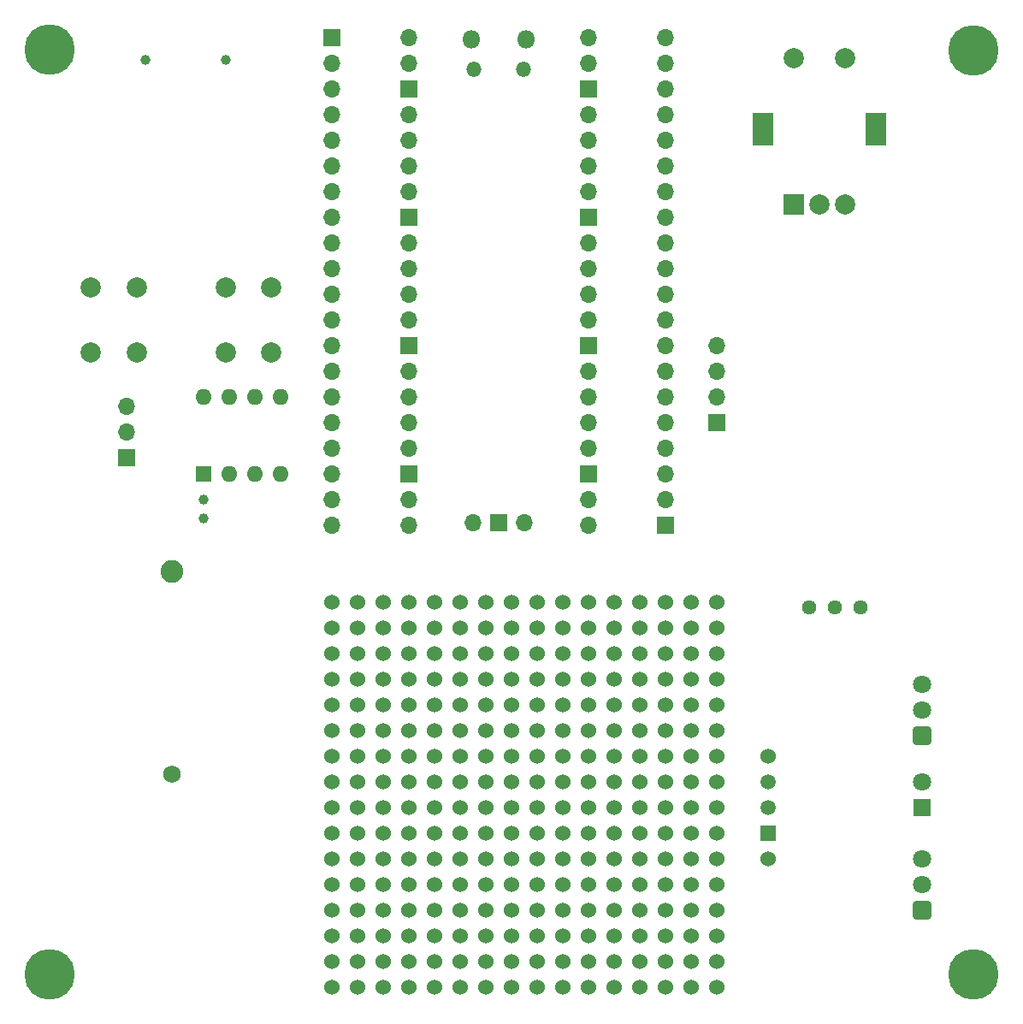
<source format=gbs>
G04 #@! TF.GenerationSoftware,KiCad,Pcbnew,(6.0.10)*
G04 #@! TF.CreationDate,2023-01-30T13:48:55-05:00*
G04 #@! TF.ProjectId,door_counter_circuit,646f6f72-5f63-46f7-956e-7465725f6369,rev?*
G04 #@! TF.SameCoordinates,Original*
G04 #@! TF.FileFunction,Soldermask,Bot*
G04 #@! TF.FilePolarity,Negative*
%FSLAX46Y46*%
G04 Gerber Fmt 4.6, Leading zero omitted, Abs format (unit mm)*
G04 Created by KiCad (PCBNEW (6.0.10)) date 2023-01-30 13:48:55*
%MOMM*%
%LPD*%
G01*
G04 APERTURE LIST*
G04 Aperture macros list*
%AMRoundRect*
0 Rectangle with rounded corners*
0 $1 Rounding radius*
0 $2 $3 $4 $5 $6 $7 $8 $9 X,Y pos of 4 corners*
0 Add a 4 corners polygon primitive as box body*
4,1,4,$2,$3,$4,$5,$6,$7,$8,$9,$2,$3,0*
0 Add four circle primitives for the rounded corners*
1,1,$1+$1,$2,$3*
1,1,$1+$1,$4,$5*
1,1,$1+$1,$6,$7*
1,1,$1+$1,$8,$9*
0 Add four rect primitives between the rounded corners*
20,1,$1+$1,$2,$3,$4,$5,0*
20,1,$1+$1,$4,$5,$6,$7,0*
20,1,$1+$1,$6,$7,$8,$9,0*
20,1,$1+$1,$8,$9,$2,$3,0*%
G04 Aperture macros list end*
%ADD10C,0.999997*%
%ADD11C,2.250000*%
%ADD12C,1.755000*%
%ADD13C,5.000000*%
%ADD14C,0.800000*%
%ADD15RoundRect,0.248400X0.651600X-0.651600X0.651600X0.651600X-0.651600X0.651600X-0.651600X-0.651600X0*%
%ADD16C,1.800000*%
%ADD17C,2.000000*%
%ADD18R,1.700000X1.700000*%
%ADD19O,1.700000X1.700000*%
%ADD20R,1.500000X1.500000*%
%ADD21C,1.500000*%
%ADD22C,1.524000*%
%ADD23C,1.000000*%
%ADD24R,1.600000X1.600000*%
%ADD25O,1.600000X1.600000*%
%ADD26R,1.800000X1.800000*%
%ADD27O,1.500000X1.500000*%
%ADD28O,1.800000X1.800000*%
%ADD29C,1.440000*%
%ADD30R,2.000000X2.000000*%
%ADD31R,2.000000X3.200000*%
G04 APERTURE END LIST*
D10*
X93649800Y-55580400D03*
X85674200Y-55580400D03*
D11*
X88265000Y-106205000D03*
D12*
X88265000Y-126205000D03*
D13*
X167640000Y-54610000D03*
D14*
X169515000Y-54610000D03*
X165765000Y-54610000D03*
X166314175Y-55935825D03*
X167640000Y-52735000D03*
X168965825Y-53284175D03*
X166314175Y-53284175D03*
X168965825Y-55935825D03*
X167640000Y-56485000D03*
X167640000Y-144175000D03*
X166314175Y-144724175D03*
X168965825Y-147375825D03*
X165765000Y-146050000D03*
D13*
X167640000Y-146050000D03*
D14*
X166314175Y-147375825D03*
X167640000Y-147925000D03*
X168965825Y-144724175D03*
X169515000Y-146050000D03*
D15*
X162560000Y-122400000D03*
D16*
X162560000Y-119860000D03*
X162560000Y-117320000D03*
D17*
X93635000Y-84530000D03*
X93635000Y-78030000D03*
X98135000Y-78030000D03*
X98135000Y-84530000D03*
D18*
X83820000Y-94942500D03*
D19*
X83820000Y-92402500D03*
X83820000Y-89862500D03*
D18*
X104140000Y-53340000D03*
D19*
X104140000Y-55880000D03*
X104140000Y-58420000D03*
X104140000Y-60960000D03*
X104140000Y-63500000D03*
X104140000Y-66040000D03*
X104140000Y-68580000D03*
X104140000Y-71120000D03*
X104140000Y-73660000D03*
X104140000Y-76200000D03*
X104140000Y-78740000D03*
X104140000Y-81280000D03*
X104140000Y-83820000D03*
X104140000Y-86360000D03*
X104140000Y-88900000D03*
X104140000Y-91440000D03*
X104140000Y-93980000D03*
X104140000Y-96520000D03*
X104140000Y-99060000D03*
X104140000Y-101600000D03*
D20*
X147320000Y-132080000D03*
D21*
X147320000Y-129540000D03*
X147320000Y-127000000D03*
D22*
X147320000Y-124460000D03*
X147320000Y-134620000D03*
D18*
X137160000Y-101600000D03*
D19*
X137160000Y-99060000D03*
X137160000Y-96520000D03*
X137160000Y-93980000D03*
X137160000Y-91440000D03*
X137160000Y-88900000D03*
X137160000Y-86360000D03*
X137160000Y-83820000D03*
X137160000Y-81280000D03*
X137160000Y-78740000D03*
X137160000Y-76200000D03*
X137160000Y-73660000D03*
X137160000Y-71120000D03*
X137160000Y-68580000D03*
X137160000Y-66040000D03*
X137160000Y-63500000D03*
X137160000Y-60960000D03*
X137160000Y-58420000D03*
X137160000Y-55880000D03*
X137160000Y-53340000D03*
D13*
X76200000Y-146050000D03*
D14*
X74874175Y-144724175D03*
X78075000Y-146050000D03*
X74874175Y-147375825D03*
X74325000Y-146050000D03*
X77525825Y-144724175D03*
X76200000Y-144175000D03*
X77525825Y-147375825D03*
X76200000Y-147925000D03*
D23*
X91440000Y-100960000D03*
X91440000Y-99060000D03*
D22*
X104140000Y-147320000D03*
X106680000Y-147320000D03*
X109220000Y-147320000D03*
X111760000Y-147320000D03*
X114300000Y-147320000D03*
X116840000Y-147320000D03*
X119380000Y-147320000D03*
X121920000Y-147320000D03*
X124460000Y-147320000D03*
X127000000Y-147320000D03*
X129540000Y-147320000D03*
X132080000Y-147320000D03*
X134620000Y-147320000D03*
X137160000Y-147320000D03*
X139700000Y-147320000D03*
X142240000Y-147320000D03*
X104140000Y-144780000D03*
X106680000Y-144780000D03*
X109220000Y-144780000D03*
X111760000Y-144780000D03*
X114300000Y-144780000D03*
X116840000Y-144780000D03*
X119380000Y-144780000D03*
X121920000Y-144780000D03*
X124460000Y-144780000D03*
X127000000Y-144780000D03*
X129540000Y-144780000D03*
X132080000Y-144780000D03*
X134620000Y-144780000D03*
X137160000Y-144780000D03*
X139700000Y-144780000D03*
X142240000Y-144780000D03*
X104140000Y-142240000D03*
X106680000Y-142240000D03*
X109220000Y-142240000D03*
X111760000Y-142240000D03*
X114300000Y-142240000D03*
X116840000Y-142240000D03*
X119380000Y-142240000D03*
X121920000Y-142240000D03*
X124460000Y-142240000D03*
X127000000Y-142240000D03*
X129540000Y-142240000D03*
X132080000Y-142240000D03*
X134620000Y-142240000D03*
X137160000Y-142240000D03*
X139700000Y-142240000D03*
X142240000Y-142240000D03*
X104140000Y-139700000D03*
X106680000Y-139700000D03*
X109220000Y-139700000D03*
X111760000Y-139700000D03*
X114300000Y-139700000D03*
X116840000Y-139700000D03*
X119380000Y-139700000D03*
X121920000Y-139700000D03*
X124460000Y-139700000D03*
X127000000Y-139700000D03*
X129540000Y-139700000D03*
X132080000Y-139700000D03*
X134620000Y-139700000D03*
X137160000Y-139700000D03*
X139700000Y-139700000D03*
X142240000Y-139700000D03*
X104140000Y-137160000D03*
X106680000Y-137160000D03*
X109220000Y-137160000D03*
X111760000Y-137160000D03*
X114300000Y-137160000D03*
X116840000Y-137160000D03*
X119380000Y-137160000D03*
X121920000Y-137160000D03*
X124460000Y-137160000D03*
X127000000Y-137160000D03*
X129540000Y-137160000D03*
X132080000Y-137160000D03*
X134620000Y-137160000D03*
X137160000Y-137160000D03*
X139700000Y-137160000D03*
X142240000Y-137160000D03*
X104140000Y-134620000D03*
X106680000Y-134620000D03*
X109220000Y-134620000D03*
X111760000Y-134620000D03*
X114300000Y-134620000D03*
X116840000Y-134620000D03*
X119380000Y-134620000D03*
X121920000Y-134620000D03*
X124460000Y-134620000D03*
X127000000Y-134620000D03*
X129540000Y-134620000D03*
X132080000Y-134620000D03*
X134620000Y-134620000D03*
X137160000Y-134620000D03*
X139700000Y-134620000D03*
X142240000Y-134620000D03*
X104140000Y-132080000D03*
X106680000Y-132080000D03*
X109220000Y-132080000D03*
X111760000Y-132080000D03*
X114300000Y-132080000D03*
X116840000Y-132080000D03*
X119380000Y-132080000D03*
X121920000Y-132080000D03*
X124460000Y-132080000D03*
X127000000Y-132080000D03*
X129540000Y-132080000D03*
X132080000Y-132080000D03*
X134620000Y-132080000D03*
X137160000Y-132080000D03*
X139700000Y-132080000D03*
X142240000Y-132080000D03*
X104140000Y-129540000D03*
X106680000Y-129540000D03*
X109220000Y-129540000D03*
X111760000Y-129540000D03*
X114300000Y-129540000D03*
X116840000Y-129540000D03*
X119380000Y-129540000D03*
X121920000Y-129540000D03*
X124460000Y-129540000D03*
X127000000Y-129540000D03*
X129540000Y-129540000D03*
X132080000Y-129540000D03*
X134620000Y-129540000D03*
X137160000Y-129540000D03*
X139700000Y-129540000D03*
X142240000Y-129540000D03*
X104140000Y-127000000D03*
X106680000Y-127000000D03*
X109220000Y-127000000D03*
X111760000Y-127000000D03*
X114300000Y-127000000D03*
X116840000Y-127000000D03*
X119380000Y-127000000D03*
X121920000Y-127000000D03*
X124460000Y-127000000D03*
X127000000Y-127000000D03*
X129540000Y-127000000D03*
X132080000Y-127000000D03*
X134620000Y-127000000D03*
X137160000Y-127000000D03*
X139700000Y-127000000D03*
X142240000Y-127000000D03*
X104140000Y-124460000D03*
X106680000Y-124460000D03*
X109220000Y-124460000D03*
X111760000Y-124460000D03*
X114300000Y-124460000D03*
X116840000Y-124460000D03*
X119380000Y-124460000D03*
X121920000Y-124460000D03*
X124460000Y-124460000D03*
X127000000Y-124460000D03*
X129540000Y-124460000D03*
X132080000Y-124460000D03*
X134620000Y-124460000D03*
X137160000Y-124460000D03*
X139700000Y-124460000D03*
X142240000Y-124460000D03*
X104140000Y-121920000D03*
X106680000Y-121920000D03*
X109220000Y-121920000D03*
X111760000Y-121920000D03*
X114300000Y-121920000D03*
X116840000Y-121920000D03*
X119380000Y-121920000D03*
X121920000Y-121920000D03*
X124460000Y-121920000D03*
X127000000Y-121920000D03*
X129540000Y-121920000D03*
X132080000Y-121920000D03*
X134620000Y-121920000D03*
X137160000Y-121920000D03*
X139700000Y-121920000D03*
X142240000Y-121920000D03*
X104140000Y-119380000D03*
X106680000Y-119380000D03*
X109220000Y-119380000D03*
X111760000Y-119380000D03*
X114300000Y-119380000D03*
X116840000Y-119380000D03*
X119380000Y-119380000D03*
X121920000Y-119380000D03*
X124460000Y-119380000D03*
X127000000Y-119380000D03*
X129540000Y-119380000D03*
X132080000Y-119380000D03*
X134620000Y-119380000D03*
X137160000Y-119380000D03*
X139700000Y-119380000D03*
X142240000Y-119380000D03*
X104140000Y-116840000D03*
X106680000Y-116840000D03*
X109220000Y-116840000D03*
X111760000Y-116840000D03*
X114300000Y-116840000D03*
X116840000Y-116840000D03*
X119380000Y-116840000D03*
X121920000Y-116840000D03*
X124460000Y-116840000D03*
X127000000Y-116840000D03*
X129540000Y-116840000D03*
X132080000Y-116840000D03*
X134620000Y-116840000D03*
X137160000Y-116840000D03*
X139700000Y-116840000D03*
X142240000Y-116840000D03*
X104140000Y-114300000D03*
X106680000Y-114300000D03*
X109220000Y-114300000D03*
X111760000Y-114300000D03*
X114300000Y-114300000D03*
X116840000Y-114300000D03*
X119380000Y-114300000D03*
X121920000Y-114300000D03*
X124460000Y-114300000D03*
X127000000Y-114300000D03*
X129540000Y-114300000D03*
X132080000Y-114300000D03*
X134620000Y-114300000D03*
X137160000Y-114300000D03*
X139700000Y-114300000D03*
X142240000Y-114300000D03*
X104140000Y-111760000D03*
X106680000Y-111760000D03*
X109220000Y-111760000D03*
X111760000Y-111760000D03*
X114300000Y-111760000D03*
X116840000Y-111760000D03*
X119380000Y-111760000D03*
X121920000Y-111760000D03*
X124460000Y-111760000D03*
X127000000Y-111760000D03*
X129540000Y-111760000D03*
X132080000Y-111760000D03*
X134620000Y-111760000D03*
X137160000Y-111760000D03*
X139700000Y-111760000D03*
X142240000Y-111760000D03*
X104140000Y-109220000D03*
X106680000Y-109220000D03*
X109220000Y-109220000D03*
X111760000Y-109220000D03*
X114300000Y-109220000D03*
X116840000Y-109220000D03*
X119380000Y-109220000D03*
X121920000Y-109220000D03*
X124460000Y-109220000D03*
X127000000Y-109220000D03*
X129540000Y-109220000D03*
X132080000Y-109220000D03*
X134620000Y-109220000D03*
X137160000Y-109220000D03*
X139700000Y-109220000D03*
X142240000Y-109220000D03*
D19*
X142240000Y-83820000D03*
X142240000Y-86360000D03*
X142240000Y-88900000D03*
D18*
X142240000Y-91440000D03*
D24*
X91440000Y-96520000D03*
D25*
X93980000Y-96520000D03*
X96520000Y-96520000D03*
X99060000Y-96520000D03*
X99060000Y-88900000D03*
X96520000Y-88900000D03*
X93980000Y-88900000D03*
X91440000Y-88900000D03*
D14*
X76200000Y-56429175D03*
D13*
X76200000Y-54554175D03*
D14*
X76200000Y-52679175D03*
X74325000Y-54554175D03*
X77525825Y-55880000D03*
X74874175Y-55880000D03*
X78075000Y-54554175D03*
X77525825Y-53228350D03*
X74874175Y-53228350D03*
D15*
X162560000Y-139700000D03*
D16*
X162560000Y-137160000D03*
X162560000Y-134620000D03*
D26*
X162560000Y-129540000D03*
D16*
X162560000Y-127000000D03*
D27*
X118225000Y-56500000D03*
D28*
X117925000Y-53470000D03*
D27*
X123075000Y-56500000D03*
D28*
X123375000Y-53470000D03*
D19*
X111760000Y-53340000D03*
X111760000Y-55880000D03*
D18*
X111760000Y-58420000D03*
D19*
X111760000Y-60960000D03*
X111760000Y-63500000D03*
X111760000Y-66040000D03*
X111760000Y-68580000D03*
D18*
X111760000Y-71120000D03*
D19*
X111760000Y-73660000D03*
X111760000Y-76200000D03*
X111760000Y-78740000D03*
X111760000Y-81280000D03*
D18*
X111760000Y-83820000D03*
D19*
X111760000Y-86360000D03*
X111760000Y-88900000D03*
X111760000Y-91440000D03*
X111760000Y-93980000D03*
D18*
X111760000Y-96520000D03*
D19*
X111760000Y-99060000D03*
X111760000Y-101600000D03*
X129540000Y-101600000D03*
X129540000Y-99060000D03*
D18*
X129540000Y-96520000D03*
D19*
X129540000Y-93980000D03*
X129540000Y-91440000D03*
X129540000Y-88900000D03*
X129540000Y-86360000D03*
D18*
X129540000Y-83820000D03*
D19*
X129540000Y-81280000D03*
X129540000Y-78740000D03*
X129540000Y-76200000D03*
X129540000Y-73660000D03*
D18*
X129540000Y-71120000D03*
D19*
X129540000Y-68580000D03*
X129540000Y-66040000D03*
X129540000Y-63500000D03*
X129540000Y-60960000D03*
D18*
X129540000Y-58420000D03*
D19*
X129540000Y-55880000D03*
X129540000Y-53340000D03*
X118110000Y-101370000D03*
D18*
X120650000Y-101370000D03*
D19*
X123190000Y-101370000D03*
D29*
X156464000Y-109728000D03*
X153924000Y-109728000D03*
X151384000Y-109728000D03*
D30*
X149900000Y-69865000D03*
D17*
X154900000Y-69865000D03*
X152400000Y-69865000D03*
D31*
X158000000Y-62365000D03*
X146800000Y-62365000D03*
D17*
X154900000Y-55365000D03*
X149900000Y-55365000D03*
X84800000Y-84530000D03*
X84800000Y-78030000D03*
X80300000Y-84530000D03*
X80300000Y-78030000D03*
M02*

</source>
